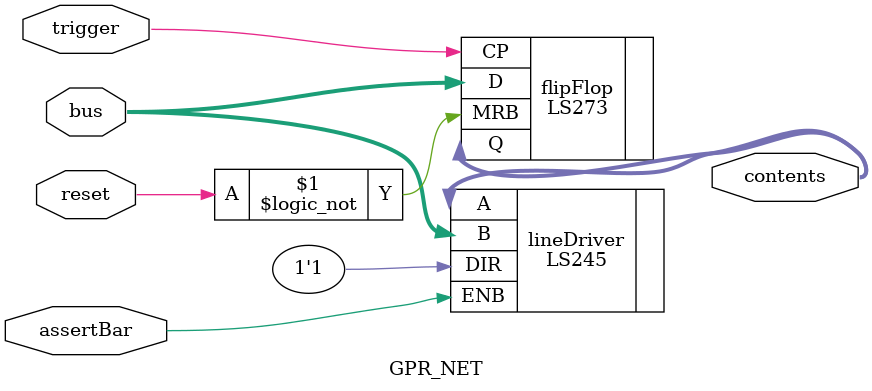
<source format=v>

module GPR_NET(input reset, assertBar, trigger,
               inout [7:0] bus,
               output [7:0] contents //for display on LEDs
               );

   LS273 flipFlop (.MRB(!reset), .CP(trigger), .D(bus), .Q(contents));
   LS245 lineDriver (.ENB(assertBar), .DIR(1'b1), .A(contents), .B(bus));

endmodule

</source>
